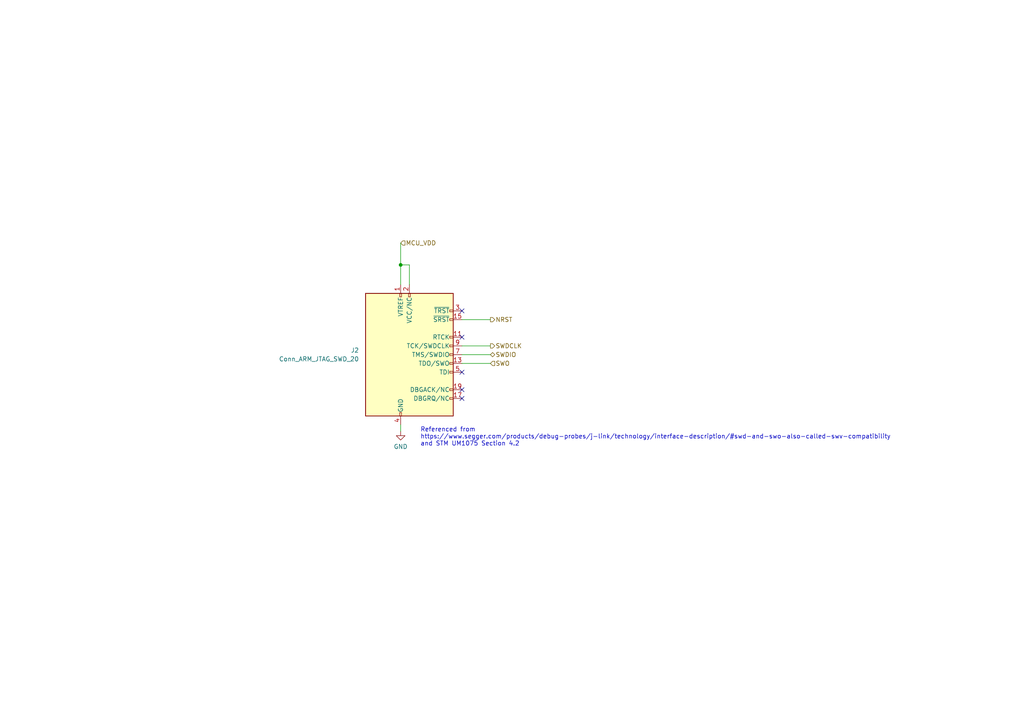
<source format=kicad_sch>
(kicad_sch (version 20211123) (generator eeschema)
  (paper "A4")
  (lib_symbols
    (symbol "Connector:Conn_ARM_JTAG_SWD_20" (pin_names (offset 1.016))
      (property "Reference" "J" (at -5.08 21.59 0))
      (property "Value" "Conn_ARM_JTAG_SWD_20" (at -5.08 19.05 0))
      (symbol "Conn_ARM_JTAG_SWD_20_0_1"
        (rectangle (start -12.7 17.78) (end 12.7 -17.78) (stroke (width 0.254)) (fill (type background)))
        (rectangle (start -2.794 -17.78) (end -2.286 -16.764))
        (rectangle (start -2.794 17.78) (end -2.286 16.764))
        (rectangle (start -0.254 17.78) (end 0.254 16.764))
        (rectangle (start 11.684 2.286) (end 12.7 2.794))
        (rectangle (start 12.7 -12.446) (end 11.684 -12.954))
        (rectangle (start 12.7 -9.906) (end 11.684 -10.414))
        (rectangle (start 12.7 -2.794) (end 11.684 -2.286))
        (rectangle (start 12.7 -0.254) (end 11.684 0.254))
        (rectangle (start 12.7 4.826) (end 11.684 5.334))
        (rectangle (start 12.7 10.414) (end 11.684 9.906))
        (rectangle (start 12.7 12.954) (end 11.684 12.446))
      )
      (symbol "Conn_ARM_JTAG_SWD_20_1_1"
        (rectangle (start 11.684 -5.334) (end 12.7 -4.826))
        (pin power_in line (at -2.54 20.32 270) (length 2.54) (name "VTREF") (number "1"))
        (pin passive line (at -2.54 -20.32 90) (length 2.54) hide (name "GND") (number "10"))
        (pin input line (at 15.24 5.08 180) (length 2.54) (name "RTCK") (number "11"))
        (pin passive line (at -2.54 -20.32 90) (length 2.54) hide (name "GND") (number "12"))
        (pin input line (at 15.24 -2.54 180) (length 2.54) (name "TDO/SWO") (number "13"))
        (pin passive line (at -2.54 -20.32 90) (length 2.54) hide (name "GND") (number "14"))
        (pin bidirectional line (at 15.24 10.16 180) (length 2.54) (name "~{SRST}") (number "15"))
        (pin passive line (at -2.54 -20.32 90) (length 2.54) hide (name "GND") (number "16"))
        (pin output line (at 15.24 -12.7 180) (length 2.54) (name "DBGRQ/NC") (number "17"))
        (pin passive line (at -2.54 -20.32 90) (length 2.54) hide (name "GND") (number "18"))
        (pin input line (at 15.24 -10.16 180) (length 2.54) (name "DBGACK/NC") (number "19"))
        (pin power_in line (at 0 20.32 270) (length 2.54) (name "VCC/NC") (number "2"))
        (pin passive line (at -2.54 -20.32 90) (length 2.54) hide (name "GND") (number "20"))
        (pin output line (at 15.24 12.7 180) (length 2.54) (name "~{TRST}") (number "3"))
        (pin power_in line (at -2.54 -20.32 90) (length 2.54) (name "GND") (number "4"))
        (pin output line (at 15.24 -5.08 180) (length 2.54) (name "TDI") (number "5"))
        (pin passive line (at -2.54 -20.32 90) (length 2.54) hide (name "GND") (number "6"))
        (pin output line (at 15.24 0 180) (length 2.54) (name "TMS/SWDIO") (number "7"))
        (pin passive line (at -2.54 -20.32 90) (length 2.54) hide (name "GND") (number "8"))
        (pin output line (at 15.24 2.54 180) (length 2.54) (name "TCK/SWDCLK") (number "9"))
      )
    )
    (symbol "power:GND" (power) (pin_names (offset 0))
      (property "Value" "GND" (at 0 -3.81 0))
      (symbol "GND_0_1"
        (polyline (pts (xy 0 0) (xy 0 -1.27) (xy 1.27 -1.27) (xy 0 -2.54) (xy -1.27 -1.27) (xy 0 -1.27)))
      )
      (symbol "GND_1_1"
        (pin power_in line (at 0 0 270) (length 0) hide (name "GND") (number "1"))
      )
    )
  )
  (junction (at 116.205 76.835))
  (no_connect (at 133.985 107.95))
  (no_connect (at 133.985 90.17))
  (no_connect (at 133.985 97.79))
  (no_connect (at 133.985 113.03))
  (no_connect (at 133.985 115.57))
  (wire (pts (xy 133.985 92.71) (xy 142.24 92.71)))
  (wire (pts (xy 118.745 82.55) (xy 118.745 76.835)))
  (wire (pts (xy 133.985 102.87) (xy 142.24 102.87)))
  (wire (pts (xy 116.205 82.55) (xy 116.205 76.835)))
  (wire (pts (xy 116.205 123.19) (xy 116.205 125.095)))
  (wire (pts (xy 133.985 105.41) (xy 142.24 105.41)))
  (wire (pts (xy 116.205 70.485) (xy 116.205 76.835)))
  (wire (pts (xy 118.745 76.835) (xy 116.205 76.835)))
  (wire (pts (xy 133.985 100.33) (xy 142.24 100.33)))
  (text "Referenced from\nhttps://www.segger.com/products/debug-probes/j-link/technology/interface-description/#swd-and-swo-also-called-swv-compatibility\nand STM UM1075 Section 4.2" (at 121.92 129.54 0) (effects (font (size 1.27 1.27)) (justify left bottom)))
  (hierarchical_label "SWO" (shape input) (at 142.24 105.41 0))
  (hierarchical_label "MCU_VDD" (shape input) (at 116.205 70.485 0))
  (hierarchical_label "SWDIO" (shape bidirectional) (at 142.24 102.87 0))
  (hierarchical_label "SWDCLK" (shape output) (at 142.24 100.33 0))
  (hierarchical_label "NRST" (shape output) (at 142.24 92.71 0))
  (symbol (lib_id "Connector:Conn_ARM_JTAG_SWD_20") (at 118.745 102.87 0) (unit 1)
    (property "Reference" "J2" (at 104.14 101.5999 0) (effects (justify right)))
    (property "Value" "Conn_ARM_JTAG_SWD_20" (at 104.14 104.1399 0) (effects (justify right)))
    (property "Footprint" "Connector_PinHeader_2.54mm:PinHeader_2x10_P2.54mm_Vertical" (effects hide))
    (property "Datasheet" "http://infocenter.arm.com/help/topic/com.arm.doc.dui0499b/DUI0499B_system_design_reference.pdf" (effects hide))
  )
  (symbol (lib_id "power:GND") (at 116.205 125.095 0) (unit 1)
    (property "Reference" "#PWR0133" (effects hide))
    (property "Value" "GND" (at 116.205 129.54 0))
  )
)
</source>
